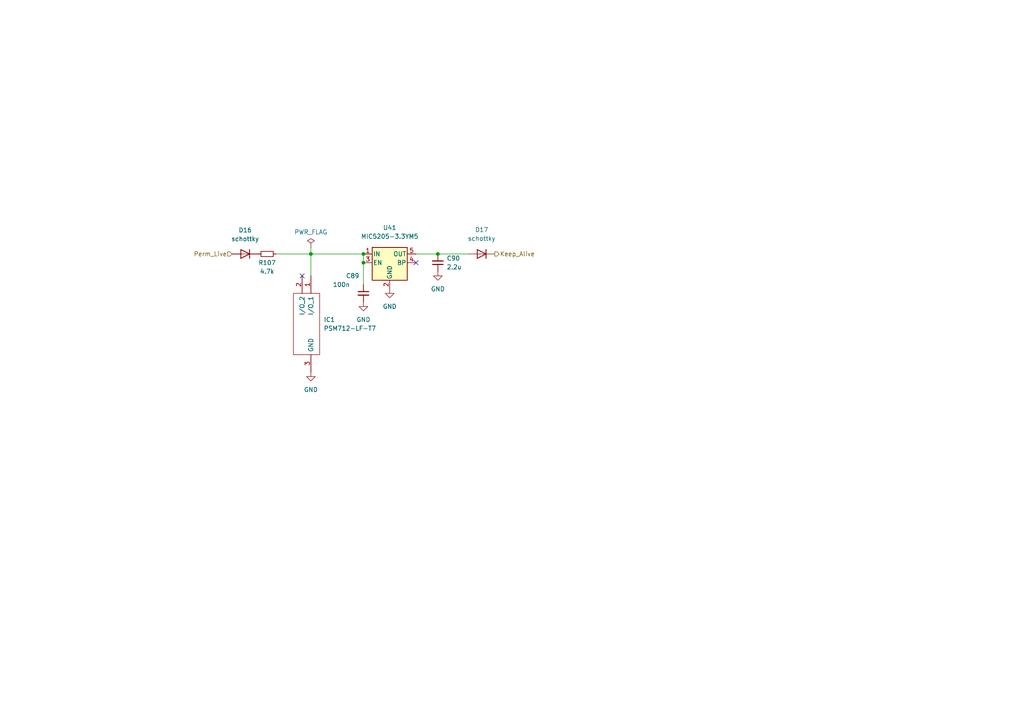
<source format=kicad_sch>
(kicad_sch (version 20230121) (generator eeschema)
  (paper "A4")
  (title_block (title "Polygonus") (date "2024-11-14") (rev "v1.6.1"))
  (lib_symbols
    (symbol "Device:C_Small" (pin_numbers hide) (pin_names (offset 0.254) hide)
      (property "Reference" "C" (at 0.254 1.778 0))
      (property "Value" "C_Small" (at 0.254 -2.032 0))
      (symbol "C_Small_0_1"
        (polyline (pts (xy -1.524 -0.508) (xy 1.524 -0.508)) (stroke (width 0.3302)))
        (polyline (pts (xy -1.524 0.508) (xy 1.524 0.508)) (stroke (width 0.3048)))
      )
      (symbol "C_Small_1_1"
        (pin passive line (at 0 2.54 270) (length 2.032) (name "~") (number "1"))
        (pin passive line (at 0 -2.54 90) (length 2.032) (name "~") (number "2"))
      )
    )
    (symbol "Device:R_Small" (pin_numbers hide) (pin_names (offset 0.254) hide)
      (property "Reference" "R" (at 0.762 0.508 0))
      (property "Value" "R_Small" (at 0.762 -1.016 0))
      (symbol "R_Small_0_1"
        (rectangle (start -0.762 1.778) (end 0.762 -1.778) (stroke (width 0.2032)))
      )
      (symbol "R_Small_1_1"
        (pin passive line (at 0 2.54 270) (length 0.762) (name "~") (number "1"))
        (pin passive line (at 0 -2.54 90) (length 0.762) (name "~") (number "2"))
      )
    )
    (symbol "Diode:1N4148WS" (pin_numbers hide) (pin_names (offset 1.016) hide)
      (property "Reference" "D" (at 0 2.54 0))
      (property "Value" "1N4148WS" (at 0 -2.54 0))
      (symbol "1N4148WS_0_1"
        (polyline (pts (xy -1.27 1.27) (xy -1.27 -1.27)) (stroke (width 0.254)))
        (polyline (pts (xy 1.27 0) (xy -1.27 0)))
        (polyline (pts (xy 1.27 1.27) (xy 1.27 -1.27) (xy -1.27 0) (xy 1.27 1.27)) (stroke (width 0.254)))
      )
      (symbol "1N4148WS_1_1"
        (pin passive line (at -3.81 0 0) (length 2.54) (name "K") (number "1"))
        (pin passive line (at 3.81 0 180) (length 2.54) (name "A") (number "2"))
      )
    )
    (symbol "Regulator_Linear:MIC5205-3.3YM5" (pin_names (offset 0.254))
      (property "Reference" "U" (at -3.81 5.715 0))
      (property "Value" "MIC5205-3.3YM5" (at 0 5.715 0))
      (symbol "MIC5205-3.3YM5_0_1"
        (rectangle (start -5.08 4.445) (end 5.08 -5.08) (stroke (width 0.254)) (fill (type background)))
      )
      (symbol "MIC5205-3.3YM5_1_1"
        (pin power_in line (at -7.62 2.54 0) (length 2.54) (name "IN") (number "1"))
        (pin power_in line (at 0 -7.62 90) (length 2.54) (name "GND") (number "2"))
        (pin input line (at -7.62 0 0) (length 2.54) (name "EN") (number "3"))
        (pin input line (at 7.62 0 180) (length 2.54) (name "BP") (number "4"))
        (pin power_out line (at 7.62 2.54 180) (length 2.54) (name "OUT") (number "5"))
      )
    )
    (symbol "SamacSys_Parts:PSM712-LF-T7" (pin_names (offset 0.762))
      (property "Reference" "IC" (at 24.13 7.62 0))
      (property "Value" "PSM712-LF-T7" (at 24.13 5.08 0))
      (symbol "PSM712-LF-T7_0_0"
        (pin passive line (at 0 0 0) (length 5.08) (name "I/O_1") (number "1"))
        (pin passive line (at 0 -2.54 0) (length 5.08) (name "I/O_2") (number "2"))
        (pin passive line (at 27.94 0 180) (length 5.08) (name "GND") (number "3"))
      )
      (symbol "PSM712-LF-T7_0_1"
        (polyline (pts (xy 5.08 2.54) (xy 22.86 2.54) (xy 22.86 -5.08) (xy 5.08 -5.08) (xy 5.08 2.54)) (stroke (width 0.1524)))
      )
    )
    (symbol "power:GND" (power) (pin_names (offset 0))
      (property "Value" "GND" (at 0 -3.81 0))
      (symbol "GND_0_1"
        (polyline (pts (xy 0 0) (xy 0 -1.27) (xy 1.27 -1.27) (xy 0 -2.54) (xy -1.27 -1.27) (xy 0 -1.27)))
      )
      (symbol "GND_1_1"
        (pin power_in line (at 0 0 270) (length 0) hide (name "GND") (number "1"))
      )
    )
    (symbol "power:PWR_FLAG" (power) (pin_numbers hide) (pin_names (offset 0) hide)
      (property "Value" "PWR_FLAG" (at 0 3.81 0))
      (symbol "PWR_FLAG_0_0"
        (pin power_out line (at 0 0 90) (length 0) (name "pwr") (number "1"))
      )
      (symbol "PWR_FLAG_0_1"
        (polyline (pts (xy 0 0) (xy 0 1.27) (xy -1.016 1.905) (xy 0 2.54) (xy 1.016 1.905) (xy 0 1.27)))
      )
    )
  )
  (junction (at 105.41 76.2))
  (junction (at 90.17 73.66))
  (junction (at 105.41 73.66))
  (junction (at 127 73.66))
  (no_connect (at 120.65 76.2))
  (no_connect (at 87.63 80.01))
  (wire (pts (xy 120.65 73.66) (xy 127 73.66)))
  (wire (pts (xy 90.17 73.66) (xy 105.41 73.66)))
  (wire (pts (xy 105.41 76.2) (xy 105.41 82.55)))
  (wire (pts (xy 127 73.66) (xy 135.89 73.66)))
  (wire (pts (xy 90.17 71.755) (xy 90.17 73.66)))
  (wire (pts (xy 105.41 73.66) (xy 105.41 76.2)))
  (wire (pts (xy 80.01 73.66) (xy 90.17 73.66)))
  (wire (pts (xy 90.17 73.66) (xy 90.17 80.01)))
  (hierarchical_label "Perm_Live" (shape input) (at 67.31 73.66 180))
  (hierarchical_label "Keep_Alive" (shape output) (at 143.51 73.66 0))
  (symbol (lib_id "SamacSys_Parts:PSM712-LF-T7") (at 90.17 80.01 270) (unit 1)
    (property "Reference" "IC1" (at 93.8803 92.7099 90) (effects (justify left)))
    (property "Value" "PSM712-LF-T7" (at 93.8803 95.2499 90) (effects (justify left)))
    (property "Footprint" "Package_TO_SOT_SMD:SOT-23" (effects hide))
    (property "Datasheet" "https://www.arrow.com/en/products/psm712-lf-t7/protek-devices" (effects hide))
    (property "Description" "ESD Suppressor TVS Bi-Dir 12V/7V 3-Pin SOT-23 T/R" (effects hide))
    (property "Height" "1.21" (effects hide))
    (property "Manufacturer_Name" "ProTek Devices" (effects hide))
    (property "Manufacturer_Part_Number" "PSM712-LF-T7" (effects hide))
    (property "Arrow Part Number" "PSM712-LF-T7" (effects hide))
    (property "Arrow Price/Stock" "https://www.arrow.com/en/products/psm712-lf-t7/protek-devices?region=europe" (effects hide))
    (property "LCSC" "C32677" (effects hide))
  )
  (symbol (lib_id "power:GND") (at 105.41 87.63 0) (unit 1)
    (property "Reference" "#PWR0258" (effects hide))
    (property "Value" "GND" (at 105.41 92.71 0))
  )
  (symbol (lib_id "Regulator_Linear:MIC5205-3.3YM5") (at 113.03 76.2 0) (unit 1)
    (property "Reference" "U41" (at 113.03 66.04 0))
    (property "Value" "MIC5205-3.3YM5" (at 113.03 68.58 0))
    (property "Footprint" "Package_TO_SOT_SMD:SOT-23-5" (effects hide))
    (property "Datasheet" "http://ww1.microchip.com/downloads/en/DeviceDoc/20005785A.pdf" (effects hide))
    (property "LCSC" "C5370979" (effects hide))
  )
  (symbol (lib_id "power:GND") (at 127 78.74 0) (unit 1)
    (property "Reference" "#PWR0260" (effects hide))
    (property "Value" "GND" (at 127 83.82 0))
  )
  (symbol (lib_id "power:GND") (at 90.17 107.95 0) (unit 1)
    (property "Reference" "#PWR0257" (effects hide))
    (property "Value" "GND" (at 90.17 113.03 0))
  )
  (symbol (lib_id "Device:C_Small") (at 127 76.2 180) (unit 1)
    (property "Reference" "C90" (at 129.54 74.9235 0) (effects (justify right)))
    (property "Value" "2.2u" (at 129.54 77.4635 0) (effects (justify right)))
    (property "Footprint" "Capacitor_SMD:C_0603_1608Metric" (effects hide))
    (property "LCSC" "C23630" (effects hide))
  )
  (symbol (lib_id "Diode:1N4148WS") (at 139.7 73.66 180) (unit 1)
    (property "Reference" "D17" (at 139.7 66.6485 0))
    (property "Value" "schottky" (at 139.7 69.1885 0))
    (property "Footprint" "Diode_SMD:D_SOD-123" (effects hide))
    (property "Datasheet" "https://www.vishay.com/docs/85751/1n4148ws.pdf" (effects hide))
    (property "LCSC" "C8598" (effects hide))
  )
  (symbol (lib_id "power:GND") (at 113.03 83.82 0) (unit 1)
    (property "Reference" "#PWR0259" (effects hide))
    (property "Value" "GND" (at 113.03 88.9 0))
  )
  (symbol (lib_id "Device:R_Small") (at 77.47 73.66 90) (unit 1)
    (property "Reference" "R107" (at 77.47 76.2 90))
    (property "Value" "4.7k" (at 77.47 78.74 90))
    (property "Footprint" "Resistor_SMD:R_0805_2012Metric" (effects hide))
    (property "LCSC" "C17673" (effects hide))
  )
  (symbol (lib_id "Device:C_Small") (at 105.41 85.09 0) (unit 1)
    (property "Reference" "C89" (at 100.33 80.01 0) (effects (justify left)))
    (property "Value" "100n" (at 96.52 82.55 0) (effects (justify left)))
    (property "Footprint" "Capacitor_SMD:C_0603_1608Metric" (effects hide))
    (property "LCSC" "C14663" (effects hide))
  )
  (symbol (lib_id "Diode:1N4148WS") (at 71.12 73.66 180) (unit 1)
    (property "Reference" "D16" (at 71.12 66.7482 0))
    (property "Value" "schottky" (at 71.12 69.2882 0))
    (property "Footprint" "Diode_SMD:D_SOD-123" (effects hide))
    (property "Datasheet" "https://www.vishay.com/docs/85751/1n4148ws.pdf" (effects hide))
    (property "LCSC" "C8598" (effects hide))
  )
  (symbol (lib_id "power:PWR_FLAG") (at 90.17 71.755 0) (unit 1)
    (property "Reference" "#FLG01401" (effects hide))
    (property "Value" "PWR_FLAG" (at 90.17 67.31 0))
  )
)
</source>
